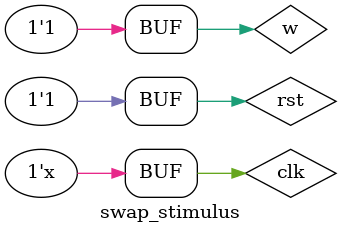
<source format=v>
`timescale 1ns/1ps
module  swap (done,r3out,r3in,r2out,r2in,r1out,r1in,w,clk,rst);
output reg  done,r3out,r3in,r2out,r2in,r1out,r1in;
input w,clk,rst;
reg [2:0] state, next_state;
parameter a=2'b00 , b=2'b01 , c=2'b10 , d=2'b11;
always @(w,state)
case (state)
a : if (w)
        begin
              next_state<=b;
               done =0; r3out = 0; r3in = 1; r2out = 1; r2in = 0; r1out = 0; r1in = 0;
          end
      else
        begin
            next_state<=a;
            done =0; r3out = 0; r3in = 0; r2out = 0; r2in = 0; r1out = 0; r1in = 0;
        end
b:     begin
             next_state<=c;
             done =0; r3out = 0; r3in = 0; r2out = 0; r2in = 1; r1out = 1; r1in = 0;
        end
c:      begin
             next_state <=d;
             done =1; r3out = 1; r3in = 0; r2out = 0; r2in = 0; r1out = 0; r1in = 1;
         end
d:      begin
           next_state <=a;
           done =0; r3out = 0; r3in = 0; r2out = 0; r2in = 0; r1out = 0; r1in = 0;
           end
default : begin
               next_state <=a;
               done =0; r3out = 0; r3in = 0; r2out = 0; r2in = 0; r1out = 0; r1in = 0;  
        end     
endcase

always @ (posedge clk , negedge rst)        //asynchronous reset
 if(rst ==0)                //active low reset
state  <=a;
else
state <= next_state;
endmodule


module swap_stimulus();
reg w, clk, rst;
wire    done,r3out,r3in,r2out,r2in,r1out,r1in;
  swap uut(done,r3out,r3in,r2out,r2in,r1out,r1in,w,clk,rst);
initial clk = 0;
always       #20 clk =~clk;
initial 
begin
	rst = 1;
         w=1'b0;  
       #10 w=1'b1;
       
end
endmodule
</source>
